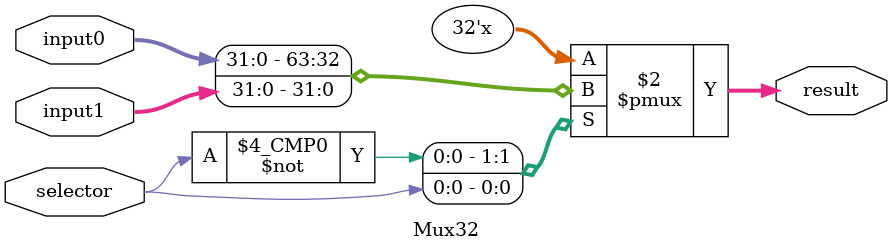
<source format=v>
module Mux32
(
	input wire selector,
	input wire [31:0]input0,
	input wire [31:0]input1,
	output reg [31:0]result
);

	always @(*)
		begin
			case (selector)
				1'b0: 
					begin
						result <= input0;
					end
				1'b1: 
					begin
						result <= input1;
					end
				default:
					begin
						result <= 32'bxxxxxxxxxxxxxxxxxxxxxxxxxxxxxxxx;
					end
			endcase
		end

endmodule 
</source>
